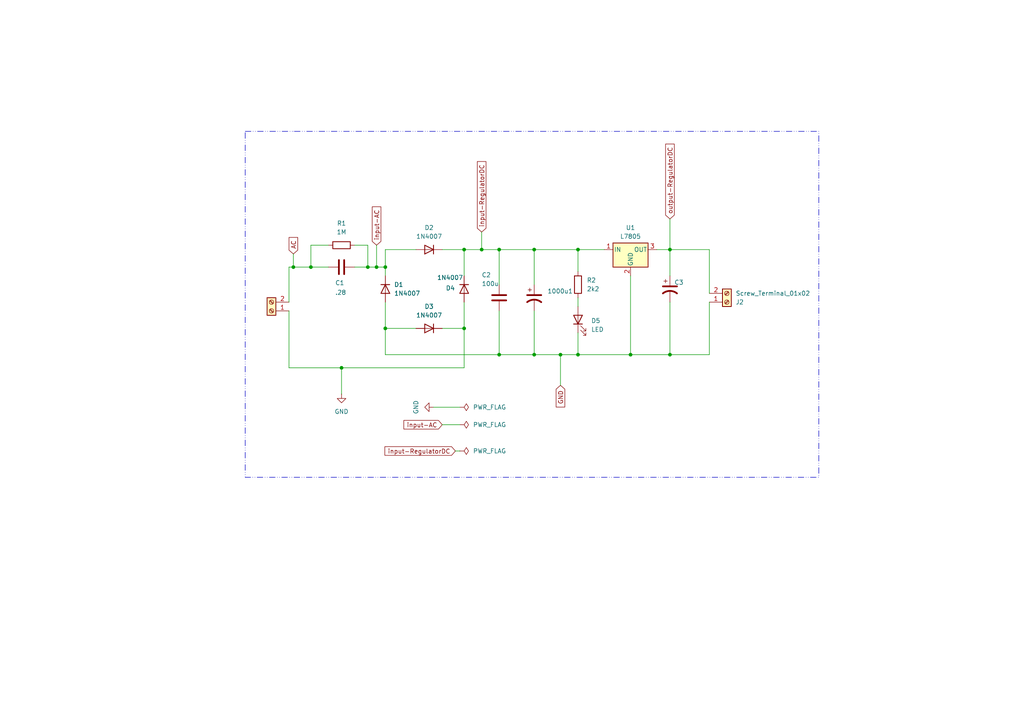
<source format=kicad_sch>
(kicad_sch
	(version 20250114)
	(generator "eeschema")
	(generator_version "9.0")
	(uuid "4b8e901f-bf35-4486-b1ed-78310fb2e9a0")
	(paper "A4")
	(title_block
		(title "Capacitive dropper ")
		(date "2025-08-11")
		(company "Awab Electronics")
	)
	(lib_symbols
		(symbol "Connector:Screw_Terminal_01x02"
			(pin_names
				(offset 1.016)
				(hide yes)
			)
			(exclude_from_sim no)
			(in_bom yes)
			(on_board yes)
			(property "Reference" "J"
				(at 0 2.54 0)
				(effects
					(font
						(size 1.27 1.27)
					)
				)
			)
			(property "Value" "Screw_Terminal_01x02"
				(at 0 -5.08 0)
				(effects
					(font
						(size 1.27 1.27)
					)
				)
			)
			(property "Footprint" ""
				(at 0 0 0)
				(effects
					(font
						(size 1.27 1.27)
					)
					(hide yes)
				)
			)
			(property "Datasheet" "~"
				(at 0 0 0)
				(effects
					(font
						(size 1.27 1.27)
					)
					(hide yes)
				)
			)
			(property "Description" "Generic screw terminal, single row, 01x02, script generated (kicad-library-utils/schlib/autogen/connector/)"
				(at 0 0 0)
				(effects
					(font
						(size 1.27 1.27)
					)
					(hide yes)
				)
			)
			(property "ki_keywords" "screw terminal"
				(at 0 0 0)
				(effects
					(font
						(size 1.27 1.27)
					)
					(hide yes)
				)
			)
			(property "ki_fp_filters" "TerminalBlock*:*"
				(at 0 0 0)
				(effects
					(font
						(size 1.27 1.27)
					)
					(hide yes)
				)
			)
			(symbol "Screw_Terminal_01x02_1_1"
				(rectangle
					(start -1.27 1.27)
					(end 1.27 -3.81)
					(stroke
						(width 0.254)
						(type default)
					)
					(fill
						(type background)
					)
				)
				(polyline
					(pts
						(xy -0.5334 0.3302) (xy 0.3302 -0.508)
					)
					(stroke
						(width 0.1524)
						(type default)
					)
					(fill
						(type none)
					)
				)
				(polyline
					(pts
						(xy -0.5334 -2.2098) (xy 0.3302 -3.048)
					)
					(stroke
						(width 0.1524)
						(type default)
					)
					(fill
						(type none)
					)
				)
				(polyline
					(pts
						(xy -0.3556 0.508) (xy 0.508 -0.3302)
					)
					(stroke
						(width 0.1524)
						(type default)
					)
					(fill
						(type none)
					)
				)
				(polyline
					(pts
						(xy -0.3556 -2.032) (xy 0.508 -2.8702)
					)
					(stroke
						(width 0.1524)
						(type default)
					)
					(fill
						(type none)
					)
				)
				(circle
					(center 0 0)
					(radius 0.635)
					(stroke
						(width 0.1524)
						(type default)
					)
					(fill
						(type none)
					)
				)
				(circle
					(center 0 -2.54)
					(radius 0.635)
					(stroke
						(width 0.1524)
						(type default)
					)
					(fill
						(type none)
					)
				)
				(pin passive line
					(at -5.08 0 0)
					(length 3.81)
					(name "Pin_1"
						(effects
							(font
								(size 1.27 1.27)
							)
						)
					)
					(number "1"
						(effects
							(font
								(size 1.27 1.27)
							)
						)
					)
				)
				(pin passive line
					(at -5.08 -2.54 0)
					(length 3.81)
					(name "Pin_2"
						(effects
							(font
								(size 1.27 1.27)
							)
						)
					)
					(number "2"
						(effects
							(font
								(size 1.27 1.27)
							)
						)
					)
				)
			)
			(embedded_fonts no)
		)
		(symbol "Device:C"
			(pin_numbers
				(hide yes)
			)
			(pin_names
				(offset 0.254)
			)
			(exclude_from_sim no)
			(in_bom yes)
			(on_board yes)
			(property "Reference" "C"
				(at 0.635 2.54 0)
				(effects
					(font
						(size 1.27 1.27)
					)
					(justify left)
				)
			)
			(property "Value" "C"
				(at 0.635 -2.54 0)
				(effects
					(font
						(size 1.27 1.27)
					)
					(justify left)
				)
			)
			(property "Footprint" ""
				(at 0.9652 -3.81 0)
				(effects
					(font
						(size 1.27 1.27)
					)
					(hide yes)
				)
			)
			(property "Datasheet" "~"
				(at 0 0 0)
				(effects
					(font
						(size 1.27 1.27)
					)
					(hide yes)
				)
			)
			(property "Description" "Unpolarized capacitor"
				(at 0 0 0)
				(effects
					(font
						(size 1.27 1.27)
					)
					(hide yes)
				)
			)
			(property "ki_keywords" "cap capacitor"
				(at 0 0 0)
				(effects
					(font
						(size 1.27 1.27)
					)
					(hide yes)
				)
			)
			(property "ki_fp_filters" "C_*"
				(at 0 0 0)
				(effects
					(font
						(size 1.27 1.27)
					)
					(hide yes)
				)
			)
			(symbol "C_0_1"
				(polyline
					(pts
						(xy -2.032 0.762) (xy 2.032 0.762)
					)
					(stroke
						(width 0.508)
						(type default)
					)
					(fill
						(type none)
					)
				)
				(polyline
					(pts
						(xy -2.032 -0.762) (xy 2.032 -0.762)
					)
					(stroke
						(width 0.508)
						(type default)
					)
					(fill
						(type none)
					)
				)
			)
			(symbol "C_1_1"
				(pin passive line
					(at 0 3.81 270)
					(length 2.794)
					(name "~"
						(effects
							(font
								(size 1.27 1.27)
							)
						)
					)
					(number "1"
						(effects
							(font
								(size 1.27 1.27)
							)
						)
					)
				)
				(pin passive line
					(at 0 -3.81 90)
					(length 2.794)
					(name "~"
						(effects
							(font
								(size 1.27 1.27)
							)
						)
					)
					(number "2"
						(effects
							(font
								(size 1.27 1.27)
							)
						)
					)
				)
			)
			(embedded_fonts no)
		)
		(symbol "Device:C_Polarized_US"
			(pin_numbers
				(hide yes)
			)
			(pin_names
				(offset 0.254)
				(hide yes)
			)
			(exclude_from_sim no)
			(in_bom yes)
			(on_board yes)
			(property "Reference" "C"
				(at 0.635 2.54 0)
				(effects
					(font
						(size 1.27 1.27)
					)
					(justify left)
				)
			)
			(property "Value" "C_Polarized_US"
				(at 0.635 -2.54 0)
				(effects
					(font
						(size 1.27 1.27)
					)
					(justify left)
				)
			)
			(property "Footprint" ""
				(at 0 0 0)
				(effects
					(font
						(size 1.27 1.27)
					)
					(hide yes)
				)
			)
			(property "Datasheet" "~"
				(at 0 0 0)
				(effects
					(font
						(size 1.27 1.27)
					)
					(hide yes)
				)
			)
			(property "Description" "Polarized capacitor, US symbol"
				(at 0 0 0)
				(effects
					(font
						(size 1.27 1.27)
					)
					(hide yes)
				)
			)
			(property "ki_keywords" "cap capacitor"
				(at 0 0 0)
				(effects
					(font
						(size 1.27 1.27)
					)
					(hide yes)
				)
			)
			(property "ki_fp_filters" "CP_*"
				(at 0 0 0)
				(effects
					(font
						(size 1.27 1.27)
					)
					(hide yes)
				)
			)
			(symbol "C_Polarized_US_0_1"
				(polyline
					(pts
						(xy -2.032 0.762) (xy 2.032 0.762)
					)
					(stroke
						(width 0.508)
						(type default)
					)
					(fill
						(type none)
					)
				)
				(polyline
					(pts
						(xy -1.778 2.286) (xy -0.762 2.286)
					)
					(stroke
						(width 0)
						(type default)
					)
					(fill
						(type none)
					)
				)
				(polyline
					(pts
						(xy -1.27 1.778) (xy -1.27 2.794)
					)
					(stroke
						(width 0)
						(type default)
					)
					(fill
						(type none)
					)
				)
				(arc
					(start -2.032 -1.27)
					(mid 0 -0.5572)
					(end 2.032 -1.27)
					(stroke
						(width 0.508)
						(type default)
					)
					(fill
						(type none)
					)
				)
			)
			(symbol "C_Polarized_US_1_1"
				(pin passive line
					(at 0 3.81 270)
					(length 2.794)
					(name "~"
						(effects
							(font
								(size 1.27 1.27)
							)
						)
					)
					(number "1"
						(effects
							(font
								(size 1.27 1.27)
							)
						)
					)
				)
				(pin passive line
					(at 0 -3.81 90)
					(length 3.302)
					(name "~"
						(effects
							(font
								(size 1.27 1.27)
							)
						)
					)
					(number "2"
						(effects
							(font
								(size 1.27 1.27)
							)
						)
					)
				)
			)
			(embedded_fonts no)
		)
		(symbol "Device:LED"
			(pin_numbers
				(hide yes)
			)
			(pin_names
				(offset 1.016)
				(hide yes)
			)
			(exclude_from_sim no)
			(in_bom yes)
			(on_board yes)
			(property "Reference" "D"
				(at 0 2.54 0)
				(effects
					(font
						(size 1.27 1.27)
					)
				)
			)
			(property "Value" "LED"
				(at 0 -2.54 0)
				(effects
					(font
						(size 1.27 1.27)
					)
				)
			)
			(property "Footprint" ""
				(at 0 0 0)
				(effects
					(font
						(size 1.27 1.27)
					)
					(hide yes)
				)
			)
			(property "Datasheet" "~"
				(at 0 0 0)
				(effects
					(font
						(size 1.27 1.27)
					)
					(hide yes)
				)
			)
			(property "Description" "Light emitting diode"
				(at 0 0 0)
				(effects
					(font
						(size 1.27 1.27)
					)
					(hide yes)
				)
			)
			(property "Sim.Pins" "1=K 2=A"
				(at 0 0 0)
				(effects
					(font
						(size 1.27 1.27)
					)
					(hide yes)
				)
			)
			(property "ki_keywords" "LED diode"
				(at 0 0 0)
				(effects
					(font
						(size 1.27 1.27)
					)
					(hide yes)
				)
			)
			(property "ki_fp_filters" "LED* LED_SMD:* LED_THT:*"
				(at 0 0 0)
				(effects
					(font
						(size 1.27 1.27)
					)
					(hide yes)
				)
			)
			(symbol "LED_0_1"
				(polyline
					(pts
						(xy -3.048 -0.762) (xy -4.572 -2.286) (xy -3.81 -2.286) (xy -4.572 -2.286) (xy -4.572 -1.524)
					)
					(stroke
						(width 0)
						(type default)
					)
					(fill
						(type none)
					)
				)
				(polyline
					(pts
						(xy -1.778 -0.762) (xy -3.302 -2.286) (xy -2.54 -2.286) (xy -3.302 -2.286) (xy -3.302 -1.524)
					)
					(stroke
						(width 0)
						(type default)
					)
					(fill
						(type none)
					)
				)
				(polyline
					(pts
						(xy -1.27 0) (xy 1.27 0)
					)
					(stroke
						(width 0)
						(type default)
					)
					(fill
						(type none)
					)
				)
				(polyline
					(pts
						(xy -1.27 -1.27) (xy -1.27 1.27)
					)
					(stroke
						(width 0.254)
						(type default)
					)
					(fill
						(type none)
					)
				)
				(polyline
					(pts
						(xy 1.27 -1.27) (xy 1.27 1.27) (xy -1.27 0) (xy 1.27 -1.27)
					)
					(stroke
						(width 0.254)
						(type default)
					)
					(fill
						(type none)
					)
				)
			)
			(symbol "LED_1_1"
				(pin passive line
					(at -3.81 0 0)
					(length 2.54)
					(name "K"
						(effects
							(font
								(size 1.27 1.27)
							)
						)
					)
					(number "1"
						(effects
							(font
								(size 1.27 1.27)
							)
						)
					)
				)
				(pin passive line
					(at 3.81 0 180)
					(length 2.54)
					(name "A"
						(effects
							(font
								(size 1.27 1.27)
							)
						)
					)
					(number "2"
						(effects
							(font
								(size 1.27 1.27)
							)
						)
					)
				)
			)
			(embedded_fonts no)
		)
		(symbol "Device:R"
			(pin_numbers
				(hide yes)
			)
			(pin_names
				(offset 0)
			)
			(exclude_from_sim no)
			(in_bom yes)
			(on_board yes)
			(property "Reference" "R"
				(at 2.032 0 90)
				(effects
					(font
						(size 1.27 1.27)
					)
				)
			)
			(property "Value" "R"
				(at 0 0 90)
				(effects
					(font
						(size 1.27 1.27)
					)
				)
			)
			(property "Footprint" ""
				(at -1.778 0 90)
				(effects
					(font
						(size 1.27 1.27)
					)
					(hide yes)
				)
			)
			(property "Datasheet" "~"
				(at 0 0 0)
				(effects
					(font
						(size 1.27 1.27)
					)
					(hide yes)
				)
			)
			(property "Description" "Resistor"
				(at 0 0 0)
				(effects
					(font
						(size 1.27 1.27)
					)
					(hide yes)
				)
			)
			(property "ki_keywords" "R res resistor"
				(at 0 0 0)
				(effects
					(font
						(size 1.27 1.27)
					)
					(hide yes)
				)
			)
			(property "ki_fp_filters" "R_*"
				(at 0 0 0)
				(effects
					(font
						(size 1.27 1.27)
					)
					(hide yes)
				)
			)
			(symbol "R_0_1"
				(rectangle
					(start -1.016 -2.54)
					(end 1.016 2.54)
					(stroke
						(width 0.254)
						(type default)
					)
					(fill
						(type none)
					)
				)
			)
			(symbol "R_1_1"
				(pin passive line
					(at 0 3.81 270)
					(length 1.27)
					(name "~"
						(effects
							(font
								(size 1.27 1.27)
							)
						)
					)
					(number "1"
						(effects
							(font
								(size 1.27 1.27)
							)
						)
					)
				)
				(pin passive line
					(at 0 -3.81 90)
					(length 1.27)
					(name "~"
						(effects
							(font
								(size 1.27 1.27)
							)
						)
					)
					(number "2"
						(effects
							(font
								(size 1.27 1.27)
							)
						)
					)
				)
			)
			(embedded_fonts no)
		)
		(symbol "Diode:1N4007"
			(pin_numbers
				(hide yes)
			)
			(pin_names
				(hide yes)
			)
			(exclude_from_sim no)
			(in_bom yes)
			(on_board yes)
			(property "Reference" "D"
				(at 0 2.54 0)
				(effects
					(font
						(size 1.27 1.27)
					)
				)
			)
			(property "Value" "1N4007"
				(at 0 -2.54 0)
				(effects
					(font
						(size 1.27 1.27)
					)
				)
			)
			(property "Footprint" "Diode_THT:D_DO-41_SOD81_P10.16mm_Horizontal"
				(at 0 -4.445 0)
				(effects
					(font
						(size 1.27 1.27)
					)
					(hide yes)
				)
			)
			(property "Datasheet" "http://www.vishay.com/docs/88503/1n4001.pdf"
				(at 0 0 0)
				(effects
					(font
						(size 1.27 1.27)
					)
					(hide yes)
				)
			)
			(property "Description" "1000V 1A General Purpose Rectifier Diode, DO-41"
				(at 0 0 0)
				(effects
					(font
						(size 1.27 1.27)
					)
					(hide yes)
				)
			)
			(property "Sim.Device" "D"
				(at 0 0 0)
				(effects
					(font
						(size 1.27 1.27)
					)
					(hide yes)
				)
			)
			(property "Sim.Pins" "1=K 2=A"
				(at 0 0 0)
				(effects
					(font
						(size 1.27 1.27)
					)
					(hide yes)
				)
			)
			(property "ki_keywords" "diode"
				(at 0 0 0)
				(effects
					(font
						(size 1.27 1.27)
					)
					(hide yes)
				)
			)
			(property "ki_fp_filters" "D*DO?41*"
				(at 0 0 0)
				(effects
					(font
						(size 1.27 1.27)
					)
					(hide yes)
				)
			)
			(symbol "1N4007_0_1"
				(polyline
					(pts
						(xy -1.27 1.27) (xy -1.27 -1.27)
					)
					(stroke
						(width 0.254)
						(type default)
					)
					(fill
						(type none)
					)
				)
				(polyline
					(pts
						(xy 1.27 1.27) (xy 1.27 -1.27) (xy -1.27 0) (xy 1.27 1.27)
					)
					(stroke
						(width 0.254)
						(type default)
					)
					(fill
						(type none)
					)
				)
				(polyline
					(pts
						(xy 1.27 0) (xy -1.27 0)
					)
					(stroke
						(width 0)
						(type default)
					)
					(fill
						(type none)
					)
				)
			)
			(symbol "1N4007_1_1"
				(pin passive line
					(at -3.81 0 0)
					(length 2.54)
					(name "K"
						(effects
							(font
								(size 1.27 1.27)
							)
						)
					)
					(number "1"
						(effects
							(font
								(size 1.27 1.27)
							)
						)
					)
				)
				(pin passive line
					(at 3.81 0 180)
					(length 2.54)
					(name "A"
						(effects
							(font
								(size 1.27 1.27)
							)
						)
					)
					(number "2"
						(effects
							(font
								(size 1.27 1.27)
							)
						)
					)
				)
			)
			(embedded_fonts no)
		)
		(symbol "Regulator_Linear:L7805"
			(pin_names
				(offset 0.254)
			)
			(exclude_from_sim no)
			(in_bom yes)
			(on_board yes)
			(property "Reference" "U"
				(at -3.81 3.175 0)
				(effects
					(font
						(size 1.27 1.27)
					)
				)
			)
			(property "Value" "L7805"
				(at 0 3.175 0)
				(effects
					(font
						(size 1.27 1.27)
					)
					(justify left)
				)
			)
			(property "Footprint" ""
				(at 0.635 -3.81 0)
				(effects
					(font
						(size 1.27 1.27)
						(italic yes)
					)
					(justify left)
					(hide yes)
				)
			)
			(property "Datasheet" "http://www.st.com/content/ccc/resource/technical/document/datasheet/41/4f/b3/b0/12/d4/47/88/CD00000444.pdf/files/CD00000444.pdf/jcr:content/translations/en.CD00000444.pdf"
				(at 0 -1.27 0)
				(effects
					(font
						(size 1.27 1.27)
					)
					(hide yes)
				)
			)
			(property "Description" "Positive 1.5A 35V Linear Regulator, Fixed Output 5V, TO-220/TO-263/TO-252"
				(at 0 0 0)
				(effects
					(font
						(size 1.27 1.27)
					)
					(hide yes)
				)
			)
			(property "ki_keywords" "Voltage Regulator 1.5A Positive"
				(at 0 0 0)
				(effects
					(font
						(size 1.27 1.27)
					)
					(hide yes)
				)
			)
			(property "ki_fp_filters" "TO?252* TO?263* TO?220*"
				(at 0 0 0)
				(effects
					(font
						(size 1.27 1.27)
					)
					(hide yes)
				)
			)
			(symbol "L7805_0_1"
				(rectangle
					(start -5.08 1.905)
					(end 5.08 -5.08)
					(stroke
						(width 0.254)
						(type default)
					)
					(fill
						(type background)
					)
				)
			)
			(symbol "L7805_1_1"
				(pin power_in line
					(at -7.62 0 0)
					(length 2.54)
					(name "IN"
						(effects
							(font
								(size 1.27 1.27)
							)
						)
					)
					(number "1"
						(effects
							(font
								(size 1.27 1.27)
							)
						)
					)
				)
				(pin power_in line
					(at 0 -7.62 90)
					(length 2.54)
					(name "GND"
						(effects
							(font
								(size 1.27 1.27)
							)
						)
					)
					(number "2"
						(effects
							(font
								(size 1.27 1.27)
							)
						)
					)
				)
				(pin power_out line
					(at 7.62 0 180)
					(length 2.54)
					(name "OUT"
						(effects
							(font
								(size 1.27 1.27)
							)
						)
					)
					(number "3"
						(effects
							(font
								(size 1.27 1.27)
							)
						)
					)
				)
			)
			(embedded_fonts no)
		)
		(symbol "power:GND"
			(power)
			(pin_numbers
				(hide yes)
			)
			(pin_names
				(offset 0)
				(hide yes)
			)
			(exclude_from_sim no)
			(in_bom yes)
			(on_board yes)
			(property "Reference" "#PWR"
				(at 0 -6.35 0)
				(effects
					(font
						(size 1.27 1.27)
					)
					(hide yes)
				)
			)
			(property "Value" "GND"
				(at 0 -3.81 0)
				(effects
					(font
						(size 1.27 1.27)
					)
				)
			)
			(property "Footprint" ""
				(at 0 0 0)
				(effects
					(font
						(size 1.27 1.27)
					)
					(hide yes)
				)
			)
			(property "Datasheet" ""
				(at 0 0 0)
				(effects
					(font
						(size 1.27 1.27)
					)
					(hide yes)
				)
			)
			(property "Description" "Power symbol creates a global label with name \"GND\" , ground"
				(at 0 0 0)
				(effects
					(font
						(size 1.27 1.27)
					)
					(hide yes)
				)
			)
			(property "ki_keywords" "global power"
				(at 0 0 0)
				(effects
					(font
						(size 1.27 1.27)
					)
					(hide yes)
				)
			)
			(symbol "GND_0_1"
				(polyline
					(pts
						(xy 0 0) (xy 0 -1.27) (xy 1.27 -1.27) (xy 0 -2.54) (xy -1.27 -1.27) (xy 0 -1.27)
					)
					(stroke
						(width 0)
						(type default)
					)
					(fill
						(type none)
					)
				)
			)
			(symbol "GND_1_1"
				(pin power_in line
					(at 0 0 270)
					(length 0)
					(name "~"
						(effects
							(font
								(size 1.27 1.27)
							)
						)
					)
					(number "1"
						(effects
							(font
								(size 1.27 1.27)
							)
						)
					)
				)
			)
			(embedded_fonts no)
		)
		(symbol "power:PWR_FLAG"
			(power)
			(pin_numbers
				(hide yes)
			)
			(pin_names
				(offset 0)
				(hide yes)
			)
			(exclude_from_sim no)
			(in_bom yes)
			(on_board yes)
			(property "Reference" "#FLG"
				(at 0 1.905 0)
				(effects
					(font
						(size 1.27 1.27)
					)
					(hide yes)
				)
			)
			(property "Value" "PWR_FLAG"
				(at 0 3.81 0)
				(effects
					(font
						(size 1.27 1.27)
					)
				)
			)
			(property "Footprint" ""
				(at 0 0 0)
				(effects
					(font
						(size 1.27 1.27)
					)
					(hide yes)
				)
			)
			(property "Datasheet" "~"
				(at 0 0 0)
				(effects
					(font
						(size 1.27 1.27)
					)
					(hide yes)
				)
			)
			(property "Description" "Special symbol for telling ERC where power comes from"
				(at 0 0 0)
				(effects
					(font
						(size 1.27 1.27)
					)
					(hide yes)
				)
			)
			(property "ki_keywords" "flag power"
				(at 0 0 0)
				(effects
					(font
						(size 1.27 1.27)
					)
					(hide yes)
				)
			)
			(symbol "PWR_FLAG_0_0"
				(pin power_out line
					(at 0 0 90)
					(length 0)
					(name "~"
						(effects
							(font
								(size 1.27 1.27)
							)
						)
					)
					(number "1"
						(effects
							(font
								(size 1.27 1.27)
							)
						)
					)
				)
			)
			(symbol "PWR_FLAG_0_1"
				(polyline
					(pts
						(xy 0 0) (xy 0 1.27) (xy -1.016 1.905) (xy 0 2.54) (xy 1.016 1.905) (xy 0 1.27)
					)
					(stroke
						(width 0)
						(type default)
					)
					(fill
						(type none)
					)
				)
			)
			(embedded_fonts no)
		)
	)
	(rectangle
		(start 85.09 38.1)
		(end 85.09 38.1)
		(stroke
			(width 0)
			(type default)
		)
		(fill
			(type none)
		)
		(uuid 511b89cc-0f9c-487b-89e1-b21f630c6bf2)
	)
	(rectangle
		(start 71.12 38.1)
		(end 237.49 138.43)
		(stroke
			(width 0)
			(type dash_dot_dot)
		)
		(fill
			(type none)
		)
		(uuid acf2cece-c5a9-4580-aa5a-199b18444744)
	)
	(junction
		(at 90.17 77.47)
		(diameter 0)
		(color 0 0 0 0)
		(uuid "0e407d11-7b99-4945-bdec-82f0be543ff0")
	)
	(junction
		(at 109.22 77.47)
		(diameter 0)
		(color 0 0 0 0)
		(uuid "1188923b-99d2-4ea6-b560-83af0d52831d")
	)
	(junction
		(at 154.94 72.39)
		(diameter 0)
		(color 0 0 0 0)
		(uuid "158f37ca-283e-47fa-89fd-d1df725721a3")
	)
	(junction
		(at 194.31 102.87)
		(diameter 0)
		(color 0 0 0 0)
		(uuid "23219f24-53ec-41dd-810e-741ef066170a")
	)
	(junction
		(at 139.7 72.39)
		(diameter 0)
		(color 0 0 0 0)
		(uuid "35e43a2c-47ee-4570-ba61-403a034cc4bd")
	)
	(junction
		(at 144.78 72.39)
		(diameter 0)
		(color 0 0 0 0)
		(uuid "3ca995dd-d1ad-4d0b-9b5f-3e9b4feea94d")
	)
	(junction
		(at 111.76 77.47)
		(diameter 0)
		(color 0 0 0 0)
		(uuid "50149848-12cb-4794-a80e-15b5711a1eb9")
	)
	(junction
		(at 167.64 102.87)
		(diameter 0)
		(color 0 0 0 0)
		(uuid "5acb3585-febf-478b-8bdb-ded4e67c0673")
	)
	(junction
		(at 99.06 106.68)
		(diameter 0)
		(color 0 0 0 0)
		(uuid "5c4f1b2e-fb0c-4044-b6fc-281346276302")
	)
	(junction
		(at 134.62 95.25)
		(diameter 0)
		(color 0 0 0 0)
		(uuid "64d9abb8-ac4c-44cb-a691-334b90a2efc7")
	)
	(junction
		(at 106.68 77.47)
		(diameter 0)
		(color 0 0 0 0)
		(uuid "78ed3466-2e65-4ea6-9c5d-c01006e89492")
	)
	(junction
		(at 182.88 102.87)
		(diameter 0)
		(color 0 0 0 0)
		(uuid "93bc4627-3fd5-4bda-866d-754d977226a0")
	)
	(junction
		(at 162.56 102.87)
		(diameter 0)
		(color 0 0 0 0)
		(uuid "9beeb4f5-7b7e-4f9c-9caf-4aa2ba64dee3")
	)
	(junction
		(at 194.31 72.39)
		(diameter 0)
		(color 0 0 0 0)
		(uuid "bc5e242e-58b5-4cc7-afb4-e17513ea227e")
	)
	(junction
		(at 111.76 95.25)
		(diameter 0)
		(color 0 0 0 0)
		(uuid "c756f195-c25b-4e23-b6c2-c6f80b4a7f3d")
	)
	(junction
		(at 154.94 102.87)
		(diameter 0)
		(color 0 0 0 0)
		(uuid "ca8a3d41-2ab5-4dd2-8626-d8cffb6640a8")
	)
	(junction
		(at 167.64 72.39)
		(diameter 0)
		(color 0 0 0 0)
		(uuid "cf104022-52a2-4d86-adea-8f8e0a8ecdd5")
	)
	(junction
		(at 144.78 102.87)
		(diameter 0)
		(color 0 0 0 0)
		(uuid "cfb34726-22b3-4373-97c3-0fd333810328")
	)
	(junction
		(at 134.62 72.39)
		(diameter 0)
		(color 0 0 0 0)
		(uuid "dc3df0ed-b557-4c23-a48b-01c861c88150")
	)
	(junction
		(at 85.09 77.47)
		(diameter 0)
		(color 0 0 0 0)
		(uuid "f7ea9aa6-7922-4be5-966c-91fce8baf0e8")
	)
	(wire
		(pts
			(xy 154.94 102.87) (xy 144.78 102.87)
		)
		(stroke
			(width 0)
			(type default)
		)
		(uuid "014e3e61-0d25-4226-875c-e4f7ac41169e")
	)
	(wire
		(pts
			(xy 182.88 102.87) (xy 194.31 102.87)
		)
		(stroke
			(width 0)
			(type default)
		)
		(uuid "0464c9b5-4be5-429e-af16-3b158fe2d89d")
	)
	(wire
		(pts
			(xy 83.82 90.17) (xy 83.82 106.68)
		)
		(stroke
			(width 0)
			(type default)
		)
		(uuid "0f17aa65-b8e7-4ef5-9d07-4e8577dc39a3")
	)
	(wire
		(pts
			(xy 194.31 63.5) (xy 194.31 72.39)
		)
		(stroke
			(width 0)
			(type default)
		)
		(uuid "197aea35-fb92-40b3-8978-154252793476")
	)
	(wire
		(pts
			(xy 134.62 72.39) (xy 134.62 80.01)
		)
		(stroke
			(width 0)
			(type default)
		)
		(uuid "2010b89d-c557-4a2d-8702-93a4284c161d")
	)
	(wire
		(pts
			(xy 111.76 95.25) (xy 111.76 102.87)
		)
		(stroke
			(width 0)
			(type default)
		)
		(uuid "21c69163-0f56-4fad-9b29-f0b89f5ff53b")
	)
	(wire
		(pts
			(xy 167.64 96.52) (xy 167.64 102.87)
		)
		(stroke
			(width 0)
			(type default)
		)
		(uuid "226720be-5fe1-41be-9d78-ce2a0ee31430")
	)
	(wire
		(pts
			(xy 109.22 77.47) (xy 111.76 77.47)
		)
		(stroke
			(width 0)
			(type default)
		)
		(uuid "23bfd538-2157-4a3b-b765-d234fd1c693e")
	)
	(wire
		(pts
			(xy 154.94 90.17) (xy 154.94 102.87)
		)
		(stroke
			(width 0)
			(type default)
		)
		(uuid "264758c9-8428-45ac-b81c-db1464001e10")
	)
	(wire
		(pts
			(xy 154.94 102.87) (xy 162.56 102.87)
		)
		(stroke
			(width 0)
			(type default)
		)
		(uuid "2b72a4b9-7b86-4ef2-8183-2c99cdba4abf")
	)
	(wire
		(pts
			(xy 102.87 71.12) (xy 106.68 71.12)
		)
		(stroke
			(width 0)
			(type default)
		)
		(uuid "30e00d95-ecf9-4d59-a8fd-0cec79a30240")
	)
	(wire
		(pts
			(xy 139.7 72.39) (xy 144.78 72.39)
		)
		(stroke
			(width 0)
			(type default)
		)
		(uuid "34d77272-ec48-4647-a6a7-a7da10219eed")
	)
	(wire
		(pts
			(xy 111.76 95.25) (xy 111.76 87.63)
		)
		(stroke
			(width 0)
			(type default)
		)
		(uuid "37b00a9c-52c7-4e1c-ba80-3f40e9d8d376")
	)
	(wire
		(pts
			(xy 128.27 72.39) (xy 134.62 72.39)
		)
		(stroke
			(width 0)
			(type default)
		)
		(uuid "429ddc75-1804-4feb-9656-db665c59c09f")
	)
	(wire
		(pts
			(xy 95.25 71.12) (xy 90.17 71.12)
		)
		(stroke
			(width 0)
			(type default)
		)
		(uuid "42cb82c4-b529-4b72-b8d0-1619ec7281f6")
	)
	(wire
		(pts
			(xy 154.94 82.55) (xy 154.94 72.39)
		)
		(stroke
			(width 0)
			(type default)
		)
		(uuid "45395c21-ed53-443c-8200-ea93a0505b3e")
	)
	(wire
		(pts
			(xy 99.06 106.68) (xy 99.06 114.3)
		)
		(stroke
			(width 0)
			(type default)
		)
		(uuid "4bc08a38-e2d9-4dfa-96ed-d10aba338288")
	)
	(wire
		(pts
			(xy 85.09 77.47) (xy 90.17 77.47)
		)
		(stroke
			(width 0)
			(type default)
		)
		(uuid "513b067e-ea2c-41d9-95c4-737dfc7dc251")
	)
	(wire
		(pts
			(xy 175.26 72.39) (xy 167.64 72.39)
		)
		(stroke
			(width 0)
			(type default)
		)
		(uuid "51ed79ae-e5c8-42f9-a5cf-8ea0306251f9")
	)
	(wire
		(pts
			(xy 134.62 87.63) (xy 134.62 95.25)
		)
		(stroke
			(width 0)
			(type default)
		)
		(uuid "52aff536-0ffb-4930-8c9d-71b72ee304d3")
	)
	(wire
		(pts
			(xy 111.76 72.39) (xy 120.65 72.39)
		)
		(stroke
			(width 0)
			(type default)
		)
		(uuid "56a58248-1bcd-491d-a390-a8408903d041")
	)
	(wire
		(pts
			(xy 134.62 95.25) (xy 134.62 106.68)
		)
		(stroke
			(width 0)
			(type default)
		)
		(uuid "58c19f92-7940-4dd9-8bac-b0559a28670b")
	)
	(wire
		(pts
			(xy 106.68 71.12) (xy 106.68 77.47)
		)
		(stroke
			(width 0)
			(type default)
		)
		(uuid "5d996819-55c1-487e-9d29-48745b488b24")
	)
	(wire
		(pts
			(xy 83.82 106.68) (xy 99.06 106.68)
		)
		(stroke
			(width 0)
			(type default)
		)
		(uuid "5f4e9c7b-8872-4a77-85a6-1700b9df6fe0")
	)
	(wire
		(pts
			(xy 99.06 106.68) (xy 134.62 106.68)
		)
		(stroke
			(width 0)
			(type default)
		)
		(uuid "69fbb7f8-c5b8-45d4-8510-677f3e089e02")
	)
	(wire
		(pts
			(xy 167.64 86.36) (xy 167.64 88.9)
		)
		(stroke
			(width 0)
			(type default)
		)
		(uuid "6c207cb6-7fd1-4d67-b326-34e909b4294f")
	)
	(wire
		(pts
			(xy 90.17 71.12) (xy 90.17 77.47)
		)
		(stroke
			(width 0)
			(type default)
		)
		(uuid "6c5a19a3-8efa-4f28-ac15-631b2ab31b24")
	)
	(wire
		(pts
			(xy 205.74 102.87) (xy 194.31 102.87)
		)
		(stroke
			(width 0)
			(type default)
		)
		(uuid "74b8011b-e029-486d-ae92-579efd836912")
	)
	(wire
		(pts
			(xy 111.76 77.47) (xy 111.76 72.39)
		)
		(stroke
			(width 0)
			(type default)
		)
		(uuid "77d708a5-2f51-4e28-ac43-9708165761d1")
	)
	(wire
		(pts
			(xy 154.94 72.39) (xy 167.64 72.39)
		)
		(stroke
			(width 0)
			(type default)
		)
		(uuid "7f8807d9-e8ab-473d-adf3-62ed6b80e8cb")
	)
	(wire
		(pts
			(xy 111.76 80.01) (xy 111.76 77.47)
		)
		(stroke
			(width 0)
			(type default)
		)
		(uuid "839aa653-c993-4f6d-a757-916824d4cca8")
	)
	(wire
		(pts
			(xy 132.08 130.81) (xy 133.35 130.81)
		)
		(stroke
			(width 0)
			(type default)
		)
		(uuid "894e82e1-1d2c-437e-b32f-1546b6735e5f")
	)
	(wire
		(pts
			(xy 167.64 72.39) (xy 167.64 78.74)
		)
		(stroke
			(width 0)
			(type default)
		)
		(uuid "8a7db035-74cf-41c4-bbf2-abb8caa52616")
	)
	(wire
		(pts
			(xy 134.62 95.25) (xy 128.27 95.25)
		)
		(stroke
			(width 0)
			(type default)
		)
		(uuid "8b912f8f-3d10-47ac-bca8-39459c3c2e59")
	)
	(wire
		(pts
			(xy 109.22 71.12) (xy 109.22 77.47)
		)
		(stroke
			(width 0)
			(type default)
		)
		(uuid "8bd124bd-cc23-41f9-b950-23a18ede72c8")
	)
	(wire
		(pts
			(xy 194.31 87.63) (xy 194.31 102.87)
		)
		(stroke
			(width 0)
			(type default)
		)
		(uuid "91e60550-f32b-4007-bbd2-3fae7f365a3e")
	)
	(wire
		(pts
			(xy 134.62 72.39) (xy 139.7 72.39)
		)
		(stroke
			(width 0)
			(type default)
		)
		(uuid "984b1ef2-23e6-4420-8384-f6e9abb51d19")
	)
	(wire
		(pts
			(xy 144.78 72.39) (xy 144.78 82.55)
		)
		(stroke
			(width 0)
			(type default)
		)
		(uuid "9a1b0981-25f4-47b6-b000-cadb06f2f81a")
	)
	(wire
		(pts
			(xy 182.88 80.01) (xy 182.88 102.87)
		)
		(stroke
			(width 0)
			(type default)
		)
		(uuid "a3b884ee-50ab-43ac-aefd-5a49f790c676")
	)
	(wire
		(pts
			(xy 139.7 67.31) (xy 139.7 72.39)
		)
		(stroke
			(width 0)
			(type default)
		)
		(uuid "af89de4f-e067-4efd-aa5c-b16492aa2e52")
	)
	(wire
		(pts
			(xy 90.17 77.47) (xy 95.25 77.47)
		)
		(stroke
			(width 0)
			(type default)
		)
		(uuid "b3c65a8a-5a2b-4503-bd65-6ad7f63ffa14")
	)
	(wire
		(pts
			(xy 167.64 102.87) (xy 182.88 102.87)
		)
		(stroke
			(width 0)
			(type default)
		)
		(uuid "b746bc87-dd63-45f3-a5ee-042b25516978")
	)
	(wire
		(pts
			(xy 83.82 87.63) (xy 83.82 77.47)
		)
		(stroke
			(width 0)
			(type default)
		)
		(uuid "b917a702-914b-46c3-b700-f4c3fa7cf89c")
	)
	(wire
		(pts
			(xy 111.76 102.87) (xy 144.78 102.87)
		)
		(stroke
			(width 0)
			(type default)
		)
		(uuid "bac5aa7d-4bb7-4622-883b-638f420dd798")
	)
	(wire
		(pts
			(xy 205.74 87.63) (xy 205.74 102.87)
		)
		(stroke
			(width 0)
			(type default)
		)
		(uuid "bfddee48-36f7-47ca-b2ab-38913b031921")
	)
	(wire
		(pts
			(xy 120.65 95.25) (xy 111.76 95.25)
		)
		(stroke
			(width 0)
			(type default)
		)
		(uuid "c1ce4a94-4d79-4266-862a-178fe867989d")
	)
	(wire
		(pts
			(xy 83.82 77.47) (xy 85.09 77.47)
		)
		(stroke
			(width 0)
			(type default)
		)
		(uuid "c4bf0c65-abe1-4edc-8b17-0413be3bb448")
	)
	(wire
		(pts
			(xy 85.09 73.66) (xy 85.09 77.47)
		)
		(stroke
			(width 0)
			(type default)
		)
		(uuid "c64cd005-f0fd-4ac7-9573-fac83f249610")
	)
	(wire
		(pts
			(xy 102.87 77.47) (xy 106.68 77.47)
		)
		(stroke
			(width 0)
			(type default)
		)
		(uuid "ca5b3657-0bbd-4569-9e47-856dbf87ed5c")
	)
	(wire
		(pts
			(xy 154.94 72.39) (xy 144.78 72.39)
		)
		(stroke
			(width 0)
			(type default)
		)
		(uuid "cb4937d0-f208-4c79-b95f-84f9a50c088e")
	)
	(wire
		(pts
			(xy 106.68 77.47) (xy 109.22 77.47)
		)
		(stroke
			(width 0)
			(type default)
		)
		(uuid "d022b31a-555d-4331-b06f-847ddcdf9ef5")
	)
	(wire
		(pts
			(xy 128.27 123.19) (xy 133.35 123.19)
		)
		(stroke
			(width 0)
			(type default)
		)
		(uuid "db80fbdd-9b7f-41c7-af85-6b8c842d803e")
	)
	(wire
		(pts
			(xy 205.74 85.09) (xy 205.74 72.39)
		)
		(stroke
			(width 0)
			(type default)
		)
		(uuid "e8d7dd66-889f-49bd-b3fd-b60683285a75")
	)
	(wire
		(pts
			(xy 194.31 72.39) (xy 194.31 80.01)
		)
		(stroke
			(width 0)
			(type default)
		)
		(uuid "e8f8f965-86ac-485b-879f-d015ce131105")
	)
	(wire
		(pts
			(xy 133.35 118.11) (xy 125.73 118.11)
		)
		(stroke
			(width 0)
			(type default)
		)
		(uuid "e8f9ae2b-515f-4f04-a883-c26d4db9ae5b")
	)
	(wire
		(pts
			(xy 144.78 90.17) (xy 144.78 102.87)
		)
		(stroke
			(width 0)
			(type default)
		)
		(uuid "e963b957-5511-4084-bb15-8364b0fe91e1")
	)
	(wire
		(pts
			(xy 162.56 111.76) (xy 162.56 102.87)
		)
		(stroke
			(width 0)
			(type default)
		)
		(uuid "ed8a529a-dbd2-4782-a9ea-5650266f3fb8")
	)
	(wire
		(pts
			(xy 162.56 102.87) (xy 167.64 102.87)
		)
		(stroke
			(width 0)
			(type default)
		)
		(uuid "ed8b6274-c34a-414b-bfe3-5bd81244ddfe")
	)
	(wire
		(pts
			(xy 205.74 72.39) (xy 194.31 72.39)
		)
		(stroke
			(width 0)
			(type default)
		)
		(uuid "f2909ae6-6248-4b21-a2dc-fcc09eba76a5")
	)
	(wire
		(pts
			(xy 190.5 72.39) (xy 194.31 72.39)
		)
		(stroke
			(width 0)
			(type default)
		)
		(uuid "f7540659-03f2-4cba-b714-b0ec39091753")
	)
	(global_label "AC"
		(shape input)
		(at 85.09 73.66 90)
		(fields_autoplaced yes)
		(effects
			(font
				(size 1.27 1.27)
			)
			(justify left)
		)
		(uuid "1eacc6cb-da38-400c-ae04-337f54c8d6b1")
		(property "Intersheetrefs" "${INTERSHEET_REFS}"
			(at 85.09 68.3162 90)
			(effects
				(font
					(size 1.27 1.27)
				)
				(justify left)
				(hide yes)
			)
		)
	)
	(global_label "input-AC"
		(shape input)
		(at 128.27 123.19 180)
		(fields_autoplaced yes)
		(effects
			(font
				(size 1.27 1.27)
			)
			(justify right)
		)
		(uuid "2d2b0599-5335-48e9-8615-8c47bb3493bf")
		(property "Intersheetrefs" "${INTERSHEET_REFS}"
			(at 116.5763 123.19 0)
			(effects
				(font
					(size 1.27 1.27)
				)
				(justify right)
				(hide yes)
			)
		)
	)
	(global_label "input-AC"
		(shape input)
		(at 109.22 71.12 90)
		(fields_autoplaced yes)
		(effects
			(font
				(size 1.27 1.27)
			)
			(justify left)
		)
		(uuid "31236038-04b7-4308-bef4-232fd709f493")
		(property "Intersheetrefs" "${INTERSHEET_REFS}"
			(at 109.22 59.4263 90)
			(effects
				(font
					(size 1.27 1.27)
				)
				(justify left)
				(hide yes)
			)
		)
	)
	(global_label "output-RegulatorDC"
		(shape input)
		(at 194.31 63.5 90)
		(fields_autoplaced yes)
		(effects
			(font
				(size 1.27 1.27)
			)
			(justify left)
		)
		(uuid "4ffa076a-d04b-4fe8-b71a-5ba173033607")
		(property "Intersheetrefs" "${INTERSHEET_REFS}"
			(at 194.31 41.2233 90)
			(effects
				(font
					(size 1.27 1.27)
				)
				(justify left)
				(hide yes)
			)
		)
	)
	(global_label "input-RegulatorDC"
		(shape input)
		(at 132.08 130.81 180)
		(fields_autoplaced yes)
		(effects
			(font
				(size 1.27 1.27)
			)
			(justify right)
		)
		(uuid "518209eb-539f-4487-8c9b-8f5f3f9a615c")
		(property "Intersheetrefs" "${INTERSHEET_REFS}"
			(at 111.0732 130.81 0)
			(effects
				(font
					(size 1.27 1.27)
				)
				(justify right)
				(hide yes)
			)
		)
	)
	(global_label "input-RegulatorDC"
		(shape input)
		(at 139.7 67.31 90)
		(fields_autoplaced yes)
		(effects
			(font
				(size 1.27 1.27)
			)
			(justify left)
		)
		(uuid "67a522c7-2d98-4f28-b3b3-73e4b7552c42")
		(property "Intersheetrefs" "${INTERSHEET_REFS}"
			(at 139.7 46.3032 90)
			(effects
				(font
					(size 1.27 1.27)
				)
				(justify left)
				(hide yes)
			)
		)
	)
	(global_label "GND"
		(shape input)
		(at 162.56 111.76 270)
		(fields_autoplaced yes)
		(effects
			(font
				(size 1.27 1.27)
			)
			(justify right)
		)
		(uuid "a14ec88a-36f5-4eef-a7a2-792466079b0d")
		(property "Intersheetrefs" "${INTERSHEET_REFS}"
			(at 162.56 118.6157 90)
			(effects
				(font
					(size 1.27 1.27)
				)
				(justify right)
				(hide yes)
			)
		)
	)
	(symbol
		(lib_id "Device:C_Polarized_US")
		(at 154.94 86.36 0)
		(unit 1)
		(exclude_from_sim no)
		(in_bom yes)
		(on_board yes)
		(dnp no)
		(uuid "041059f4-f124-4e48-a674-a202e22bac47")
		(property "Reference" "1000u1"
			(at 158.75 84.4549 0)
			(effects
				(font
					(size 1.27 1.27)
				)
				(justify left)
			)
		)
		(property "Value" "C_Polarized_US"
			(at 156.718 90.932 0)
			(effects
				(font
					(size 1.27 1.27)
				)
				(justify left)
				(hide yes)
			)
		)
		(property "Footprint" "Capacitor_THT:CP_Radial_D8.0mm_P3.50mm"
			(at 154.94 86.36 0)
			(effects
				(font
					(size 1.27 1.27)
				)
				(hide yes)
			)
		)
		(property "Datasheet" "~"
			(at 154.94 86.36 0)
			(effects
				(font
					(size 1.27 1.27)
				)
				(hide yes)
			)
		)
		(property "Description" "Polarized capacitor, US symbol"
			(at 154.94 86.36 0)
			(effects
				(font
					(size 1.27 1.27)
				)
				(hide yes)
			)
		)
		(pin "2"
			(uuid "376c7f00-3285-4581-9358-142c3141b6d7")
		)
		(pin "1"
			(uuid "3e144438-6088-4a52-a7da-e36c6073f861")
		)
		(instances
			(project ""
				(path "/4b8e901f-bf35-4486-b1ed-78310fb2e9a0"
					(reference "1000u1")
					(unit 1)
				)
			)
		)
	)
	(symbol
		(lib_id "power:GND")
		(at 125.73 118.11 270)
		(unit 1)
		(exclude_from_sim no)
		(in_bom yes)
		(on_board yes)
		(dnp no)
		(fields_autoplaced yes)
		(uuid "0cdcc51e-7f87-4d41-8dd6-46866425c79d")
		(property "Reference" "#PWR02"
			(at 119.38 118.11 0)
			(effects
				(font
					(size 1.27 1.27)
				)
				(hide yes)
			)
		)
		(property "Value" "GND"
			(at 120.65 118.11 0)
			(effects
				(font
					(size 1.27 1.27)
				)
			)
		)
		(property "Footprint" ""
			(at 125.73 118.11 0)
			(effects
				(font
					(size 1.27 1.27)
				)
				(hide yes)
			)
		)
		(property "Datasheet" ""
			(at 125.73 118.11 0)
			(effects
				(font
					(size 1.27 1.27)
				)
				(hide yes)
			)
		)
		(property "Description" "Power symbol creates a global label with name \"GND\" , ground"
			(at 125.73 118.11 0)
			(effects
				(font
					(size 1.27 1.27)
				)
				(hide yes)
			)
		)
		(pin "1"
			(uuid "18b8f2c7-0000-4237-9ba2-8e52ac890d65")
		)
		(instances
			(project "Capacitive dropper (transformerless power supply )"
				(path "/4b8e901f-bf35-4486-b1ed-78310fb2e9a0"
					(reference "#PWR02")
					(unit 1)
				)
			)
		)
	)
	(symbol
		(lib_id "Diode:1N4007")
		(at 124.46 72.39 180)
		(unit 1)
		(exclude_from_sim no)
		(in_bom yes)
		(on_board yes)
		(dnp no)
		(fields_autoplaced yes)
		(uuid "1656598f-0519-4783-8d31-527d0aa469a2")
		(property "Reference" "D2"
			(at 124.46 66.04 0)
			(effects
				(font
					(size 1.27 1.27)
				)
			)
		)
		(property "Value" "1N4007"
			(at 124.46 68.58 0)
			(effects
				(font
					(size 1.27 1.27)
				)
			)
		)
		(property "Footprint" "Diode_THT:D_DO-41_SOD81_P10.16mm_Horizontal"
			(at 124.46 67.945 0)
			(effects
				(font
					(size 1.27 1.27)
				)
				(hide yes)
			)
		)
		(property "Datasheet" "http://www.vishay.com/docs/88503/1n4001.pdf"
			(at 124.46 72.39 0)
			(effects
				(font
					(size 1.27 1.27)
				)
				(hide yes)
			)
		)
		(property "Description" "1000V 1A General Purpose Rectifier Diode, DO-41"
			(at 124.46 72.39 0)
			(effects
				(font
					(size 1.27 1.27)
				)
				(hide yes)
			)
		)
		(property "Sim.Device" "D"
			(at 124.46 72.39 0)
			(effects
				(font
					(size 1.27 1.27)
				)
				(hide yes)
			)
		)
		(property "Sim.Pins" "1=K 2=A"
			(at 124.46 72.39 0)
			(effects
				(font
					(size 1.27 1.27)
				)
				(hide yes)
			)
		)
		(pin "1"
			(uuid "7e818201-12b4-4b33-bdfc-1cf4661add9d")
		)
		(pin "2"
			(uuid "f904f608-4c01-4fe8-86bf-dcab4726bbd4")
		)
		(instances
			(project ""
				(path "/4b8e901f-bf35-4486-b1ed-78310fb2e9a0"
					(reference "D2")
					(unit 1)
				)
			)
		)
	)
	(symbol
		(lib_id "Connector:Screw_Terminal_01x02")
		(at 210.82 87.63 0)
		(mirror x)
		(unit 1)
		(exclude_from_sim no)
		(in_bom yes)
		(on_board yes)
		(dnp no)
		(uuid "2da60f25-3d22-488b-a755-42ec718c874c")
		(property "Reference" "J2"
			(at 213.36 87.6301 0)
			(effects
				(font
					(size 1.27 1.27)
				)
				(justify left)
			)
		)
		(property "Value" "Screw_Terminal_01x02"
			(at 213.36 85.0901 0)
			(effects
				(font
					(size 1.27 1.27)
				)
				(justify left)
			)
		)
		(property "Footprint" "TerminalBlock:TerminalBlock_bornier-2_P5.08mm"
			(at 210.82 87.63 0)
			(effects
				(font
					(size 1.27 1.27)
				)
				(hide yes)
			)
		)
		(property "Datasheet" "~"
			(at 210.82 87.63 0)
			(effects
				(font
					(size 1.27 1.27)
				)
				(hide yes)
			)
		)
		(property "Description" "Generic screw terminal, single row, 01x02, script generated (kicad-library-utils/schlib/autogen/connector/)"
			(at 210.82 87.63 0)
			(effects
				(font
					(size 1.27 1.27)
				)
				(hide yes)
			)
		)
		(pin "1"
			(uuid "52e9685b-44b4-4420-85ac-a5ff5ee52309")
		)
		(pin "2"
			(uuid "253d1751-fa7e-4a81-a4a3-a64feb4c391a")
		)
		(instances
			(project ""
				(path "/4b8e901f-bf35-4486-b1ed-78310fb2e9a0"
					(reference "J2")
					(unit 1)
				)
			)
		)
	)
	(symbol
		(lib_id "Device:C")
		(at 99.06 77.47 270)
		(unit 1)
		(exclude_from_sim no)
		(in_bom yes)
		(on_board yes)
		(dnp no)
		(uuid "39ae290e-59e8-46e5-b9d1-6f26866c2495")
		(property "Reference" "C1"
			(at 98.552 82.042 90)
			(effects
				(font
					(size 1.27 1.27)
				)
			)
		)
		(property "Value" ".28"
			(at 98.806 84.836 90)
			(effects
				(font
					(size 1.27 1.27)
				)
			)
		)
		(property "Footprint" "Capacitor_THT:C_Disc_D4.3mm_W1.9mm_P5.00mm"
			(at 95.25 78.4352 0)
			(effects
				(font
					(size 1.27 1.27)
				)
				(hide yes)
			)
		)
		(property "Datasheet" "~"
			(at 99.06 77.47 0)
			(effects
				(font
					(size 1.27 1.27)
				)
				(hide yes)
			)
		)
		(property "Description" "Unpolarized capacitor"
			(at 99.06 77.47 0)
			(effects
				(font
					(size 1.27 1.27)
				)
				(hide yes)
			)
		)
		(pin "2"
			(uuid "18d8e6f1-d236-4e70-ba20-9a1d8e8966c2")
		)
		(pin "1"
			(uuid "eb0bc700-3ef3-43e7-a8aa-2dad7897bc2d")
		)
		(instances
			(project ""
				(path "/4b8e901f-bf35-4486-b1ed-78310fb2e9a0"
					(reference "C1")
					(unit 1)
				)
			)
		)
	)
	(symbol
		(lib_id "Diode:1N4007")
		(at 134.62 83.82 270)
		(unit 1)
		(exclude_from_sim no)
		(in_bom yes)
		(on_board yes)
		(dnp no)
		(uuid "3a68a442-6b13-4a71-a5a1-a9bb8ee73c5d")
		(property "Reference" "D4"
			(at 129.286 83.566 90)
			(effects
				(font
					(size 1.27 1.27)
				)
				(justify left)
			)
		)
		(property "Value" "1N4007"
			(at 126.746 80.518 90)
			(effects
				(font
					(size 1.27 1.27)
				)
				(justify left)
			)
		)
		(property "Footprint" "Diode_THT:D_DO-41_SOD81_P10.16mm_Horizontal"
			(at 130.175 83.82 0)
			(effects
				(font
					(size 1.27 1.27)
				)
				(hide yes)
			)
		)
		(property "Datasheet" "http://www.vishay.com/docs/88503/1n4001.pdf"
			(at 134.62 83.82 0)
			(effects
				(font
					(size 1.27 1.27)
				)
				(hide yes)
			)
		)
		(property "Description" "1000V 1A General Purpose Rectifier Diode, DO-41"
			(at 134.62 83.82 0)
			(effects
				(font
					(size 1.27 1.27)
				)
				(hide yes)
			)
		)
		(property "Sim.Device" "D"
			(at 134.62 83.82 0)
			(effects
				(font
					(size 1.27 1.27)
				)
				(hide yes)
			)
		)
		(property "Sim.Pins" "1=K 2=A"
			(at 134.62 83.82 0)
			(effects
				(font
					(size 1.27 1.27)
				)
				(hide yes)
			)
		)
		(pin "1"
			(uuid "7e818201-12b4-4b33-bdfc-1cf4661add9e")
		)
		(pin "2"
			(uuid "f904f608-4c01-4fe8-86bf-dcab4726bbd5")
		)
		(instances
			(project ""
				(path "/4b8e901f-bf35-4486-b1ed-78310fb2e9a0"
					(reference "D4")
					(unit 1)
				)
			)
		)
	)
	(symbol
		(lib_id "Device:C_Polarized_US")
		(at 194.31 83.82 0)
		(unit 1)
		(exclude_from_sim no)
		(in_bom yes)
		(on_board yes)
		(dnp no)
		(uuid "54d9cb5b-1cb8-4c39-abcd-4c2c25205fd3")
		(property "Reference" "C3"
			(at 195.58 81.9149 0)
			(effects
				(font
					(size 1.27 1.27)
				)
				(justify left)
			)
		)
		(property "Value" "1000u"
			(at 185.166 88.9 0)
			(effects
				(font
					(size 1.27 1.27)
				)
				(justify left)
				(hide yes)
			)
		)
		(property "Footprint" "Capacitor_THT:CP_Radial_D8.0mm_P3.50mm"
			(at 194.31 83.82 0)
			(effects
				(font
					(size 1.27 1.27)
				)
				(hide yes)
			)
		)
		(property "Datasheet" "~"
			(at 194.31 83.82 0)
			(effects
				(font
					(size 1.27 1.27)
				)
				(hide yes)
			)
		)
		(property "Description" "Polarized capacitor, US symbol"
			(at 194.31 83.82 0)
			(effects
				(font
					(size 1.27 1.27)
				)
				(hide yes)
			)
		)
		(pin "2"
			(uuid "376c7f00-3285-4581-9358-142c3141b6d8")
		)
		(pin "1"
			(uuid "3e144438-6088-4a52-a7da-e36c6073f862")
		)
		(instances
			(project ""
				(path "/4b8e901f-bf35-4486-b1ed-78310fb2e9a0"
					(reference "C3")
					(unit 1)
				)
			)
		)
	)
	(symbol
		(lib_id "power:PWR_FLAG")
		(at 133.35 118.11 270)
		(unit 1)
		(exclude_from_sim no)
		(in_bom yes)
		(on_board yes)
		(dnp no)
		(fields_autoplaced yes)
		(uuid "56422c24-4ee8-438c-abbf-ceee9b350538")
		(property "Reference" "#FLG01"
			(at 135.255 118.11 0)
			(effects
				(font
					(size 1.27 1.27)
				)
				(hide yes)
			)
		)
		(property "Value" "PWR_FLAG"
			(at 137.16 118.1099 90)
			(effects
				(font
					(size 1.27 1.27)
				)
				(justify left)
			)
		)
		(property "Footprint" ""
			(at 133.35 118.11 0)
			(effects
				(font
					(size 1.27 1.27)
				)
				(hide yes)
			)
		)
		(property "Datasheet" "~"
			(at 133.35 118.11 0)
			(effects
				(font
					(size 1.27 1.27)
				)
				(hide yes)
			)
		)
		(property "Description" "Special symbol for telling ERC where power comes from"
			(at 133.35 118.11 0)
			(effects
				(font
					(size 1.27 1.27)
				)
				(hide yes)
			)
		)
		(pin "1"
			(uuid "b0a536e0-54cf-46f3-8ba8-99be056790ad")
		)
		(instances
			(project ""
				(path "/4b8e901f-bf35-4486-b1ed-78310fb2e9a0"
					(reference "#FLG01")
					(unit 1)
				)
			)
		)
	)
	(symbol
		(lib_id "power:PWR_FLAG")
		(at 133.35 130.81 270)
		(unit 1)
		(exclude_from_sim no)
		(in_bom yes)
		(on_board yes)
		(dnp no)
		(fields_autoplaced yes)
		(uuid "636cec52-ee4e-49b7-8074-38824741b576")
		(property "Reference" "#FLG03"
			(at 135.255 130.81 0)
			(effects
				(font
					(size 1.27 1.27)
				)
				(hide yes)
			)
		)
		(property "Value" "PWR_FLAG"
			(at 137.16 130.8099 90)
			(effects
				(font
					(size 1.27 1.27)
				)
				(justify left)
			)
		)
		(property "Footprint" ""
			(at 133.35 130.81 0)
			(effects
				(font
					(size 1.27 1.27)
				)
				(hide yes)
			)
		)
		(property "Datasheet" "~"
			(at 133.35 130.81 0)
			(effects
				(font
					(size 1.27 1.27)
				)
				(hide yes)
			)
		)
		(property "Description" "Special symbol for telling ERC where power comes from"
			(at 133.35 130.81 0)
			(effects
				(font
					(size 1.27 1.27)
				)
				(hide yes)
			)
		)
		(pin "1"
			(uuid "bda5a8f4-9e7c-4b71-862b-dd35087de210")
		)
		(instances
			(project "Capacitive dropper (transformerless power supply )"
				(path "/4b8e901f-bf35-4486-b1ed-78310fb2e9a0"
					(reference "#FLG03")
					(unit 1)
				)
			)
		)
	)
	(symbol
		(lib_id "Device:LED")
		(at 167.64 92.71 90)
		(unit 1)
		(exclude_from_sim no)
		(in_bom yes)
		(on_board yes)
		(dnp no)
		(fields_autoplaced yes)
		(uuid "8281a803-1e79-4d19-8aa1-f09280fa5524")
		(property "Reference" "D5"
			(at 171.45 93.0274 90)
			(effects
				(font
					(size 1.27 1.27)
				)
				(justify right)
			)
		)
		(property "Value" "LED"
			(at 171.45 95.5674 90)
			(effects
				(font
					(size 1.27 1.27)
				)
				(justify right)
			)
		)
		(property "Footprint" "LED_THT:LED_D8.0mm"
			(at 167.64 92.71 0)
			(effects
				(font
					(size 1.27 1.27)
				)
				(hide yes)
			)
		)
		(property "Datasheet" "~"
			(at 167.64 92.71 0)
			(effects
				(font
					(size 1.27 1.27)
				)
				(hide yes)
			)
		)
		(property "Description" "Light emitting diode"
			(at 167.64 92.71 0)
			(effects
				(font
					(size 1.27 1.27)
				)
				(hide yes)
			)
		)
		(property "Sim.Pins" "1=K 2=A"
			(at 167.64 92.71 0)
			(effects
				(font
					(size 1.27 1.27)
				)
				(hide yes)
			)
		)
		(pin "1"
			(uuid "06b7f933-f772-4cc3-a781-bcc2f92e8529")
		)
		(pin "2"
			(uuid "64199d00-42b1-4879-aa52-f7f2f0ef095a")
		)
		(instances
			(project ""
				(path "/4b8e901f-bf35-4486-b1ed-78310fb2e9a0"
					(reference "D5")
					(unit 1)
				)
			)
		)
	)
	(symbol
		(lib_id "Device:C")
		(at 144.78 86.36 0)
		(unit 1)
		(exclude_from_sim no)
		(in_bom yes)
		(on_board yes)
		(dnp no)
		(uuid "931f0817-2343-4a4d-b500-1b970cb56783")
		(property "Reference" "C2"
			(at 139.7 79.756 0)
			(effects
				(font
					(size 1.27 1.27)
				)
				(justify left)
			)
		)
		(property "Value" "100u"
			(at 139.7 82.296 0)
			(effects
				(font
					(size 1.27 1.27)
				)
				(justify left)
			)
		)
		(property "Footprint" "Capacitor_THT:CP_Radial_D8.0mm_P3.50mm"
			(at 145.7452 90.17 0)
			(effects
				(font
					(size 1.27 1.27)
				)
				(hide yes)
			)
		)
		(property "Datasheet" "~"
			(at 144.78 86.36 0)
			(effects
				(font
					(size 1.27 1.27)
				)
				(hide yes)
			)
		)
		(property "Description" "Unpolarized capacitor"
			(at 144.78 86.36 0)
			(effects
				(font
					(size 1.27 1.27)
				)
				(hide yes)
			)
		)
		(pin "2"
			(uuid "18d8e6f1-d236-4e70-ba20-9a1d8e8966c3")
		)
		(pin "1"
			(uuid "eb0bc700-3ef3-43e7-a8aa-2dad7897bc2e")
		)
		(instances
			(project ""
				(path "/4b8e901f-bf35-4486-b1ed-78310fb2e9a0"
					(reference "C2")
					(unit 1)
				)
			)
		)
	)
	(symbol
		(lib_id "Regulator_Linear:L7805")
		(at 182.88 72.39 0)
		(unit 1)
		(exclude_from_sim no)
		(in_bom yes)
		(on_board yes)
		(dnp no)
		(fields_autoplaced yes)
		(uuid "97af61c2-5e4d-4e25-8447-d5897083319d")
		(property "Reference" "U1"
			(at 182.88 66.04 0)
			(effects
				(font
					(size 1.27 1.27)
				)
			)
		)
		(property "Value" "L7805"
			(at 182.88 68.58 0)
			(effects
				(font
					(size 1.27 1.27)
				)
			)
		)
		(property "Footprint" "Package_TO_SOT_THT:TO-220-3_Vertical"
			(at 183.515 76.2 0)
			(effects
				(font
					(size 1.27 1.27)
					(italic yes)
				)
				(justify left)
				(hide yes)
			)
		)
		(property "Datasheet" "http://www.st.com/content/ccc/resource/technical/document/datasheet/41/4f/b3/b0/12/d4/47/88/CD00000444.pdf/files/CD00000444.pdf/jcr:content/translations/en.CD00000444.pdf"
			(at 182.88 73.66 0)
			(effects
				(font
					(size 1.27 1.27)
				)
				(hide yes)
			)
		)
		(property "Description" "Positive 1.5A 35V Linear Regulator, Fixed Output 5V, TO-220/TO-263/TO-252"
			(at 182.88 72.39 0)
			(effects
				(font
					(size 1.27 1.27)
				)
				(hide yes)
			)
		)
		(pin "2"
			(uuid "ee840202-5767-432f-8117-910ee3237913")
		)
		(pin "1"
			(uuid "1828be68-fee3-4948-b3a8-ace6cb4c6a77")
		)
		(pin "3"
			(uuid "7c52e81c-71a2-463c-8038-17ec2709df77")
		)
		(instances
			(project ""
				(path "/4b8e901f-bf35-4486-b1ed-78310fb2e9a0"
					(reference "U1")
					(unit 1)
				)
			)
		)
	)
	(symbol
		(lib_id "Diode:1N4007")
		(at 124.46 95.25 180)
		(unit 1)
		(exclude_from_sim no)
		(in_bom yes)
		(on_board yes)
		(dnp no)
		(fields_autoplaced yes)
		(uuid "ba63b848-87bb-4eb6-89a4-00ff2aa97cb8")
		(property "Reference" "D3"
			(at 124.46 88.9 0)
			(effects
				(font
					(size 1.27 1.27)
				)
			)
		)
		(property "Value" "1N4007"
			(at 124.46 91.44 0)
			(effects
				(font
					(size 1.27 1.27)
				)
			)
		)
		(property "Footprint" "Diode_THT:D_DO-41_SOD81_P10.16mm_Horizontal"
			(at 124.46 90.805 0)
			(effects
				(font
					(size 1.27 1.27)
				)
				(hide yes)
			)
		)
		(property "Datasheet" "http://www.vishay.com/docs/88503/1n4001.pdf"
			(at 124.46 95.25 0)
			(effects
				(font
					(size 1.27 1.27)
				)
				(hide yes)
			)
		)
		(property "Description" "1000V 1A General Purpose Rectifier Diode, DO-41"
			(at 124.46 95.25 0)
			(effects
				(font
					(size 1.27 1.27)
				)
				(hide yes)
			)
		)
		(property "Sim.Device" "D"
			(at 124.46 95.25 0)
			(effects
				(font
					(size 1.27 1.27)
				)
				(hide yes)
			)
		)
		(property "Sim.Pins" "1=K 2=A"
			(at 124.46 95.25 0)
			(effects
				(font
					(size 1.27 1.27)
				)
				(hide yes)
			)
		)
		(pin "1"
			(uuid "7e818201-12b4-4b33-bdfc-1cf4661add9f")
		)
		(pin "2"
			(uuid "f904f608-4c01-4fe8-86bf-dcab4726bbd6")
		)
		(instances
			(project ""
				(path "/4b8e901f-bf35-4486-b1ed-78310fb2e9a0"
					(reference "D3")
					(unit 1)
				)
			)
		)
	)
	(symbol
		(lib_id "Device:R")
		(at 167.64 82.55 0)
		(unit 1)
		(exclude_from_sim no)
		(in_bom yes)
		(on_board yes)
		(dnp no)
		(fields_autoplaced yes)
		(uuid "c1f4b9e3-b06e-47ec-a224-41489232eb40")
		(property "Reference" "R2"
			(at 170.18 81.2799 0)
			(effects
				(font
					(size 1.27 1.27)
				)
				(justify left)
			)
		)
		(property "Value" "2k2"
			(at 170.18 83.8199 0)
			(effects
				(font
					(size 1.27 1.27)
				)
				(justify left)
			)
		)
		(property "Footprint" "Resistor_THT:R_Axial_DIN0207_L6.3mm_D2.5mm_P7.62mm_Horizontal"
			(at 165.862 82.55 90)
			(effects
				(font
					(size 1.27 1.27)
				)
				(hide yes)
			)
		)
		(property "Datasheet" "~"
			(at 167.64 82.55 0)
			(effects
				(font
					(size 1.27 1.27)
				)
				(hide yes)
			)
		)
		(property "Description" "Resistor"
			(at 167.64 82.55 0)
			(effects
				(font
					(size 1.27 1.27)
				)
				(hide yes)
			)
		)
		(pin "1"
			(uuid "617479be-0305-4b82-8fad-070ca1efd4c2")
		)
		(pin "2"
			(uuid "d4fca651-bb1d-469b-a9ec-d06475f0ece6")
		)
		(instances
			(project ""
				(path "/4b8e901f-bf35-4486-b1ed-78310fb2e9a0"
					(reference "R2")
					(unit 1)
				)
			)
		)
	)
	(symbol
		(lib_id "power:PWR_FLAG")
		(at 133.35 123.19 270)
		(unit 1)
		(exclude_from_sim no)
		(in_bom yes)
		(on_board yes)
		(dnp no)
		(fields_autoplaced yes)
		(uuid "c43dca75-7a16-4f73-8757-2a3dff07d070")
		(property "Reference" "#FLG02"
			(at 135.255 123.19 0)
			(effects
				(font
					(size 1.27 1.27)
				)
				(hide yes)
			)
		)
		(property "Value" "PWR_FLAG"
			(at 137.16 123.1899 90)
			(effects
				(font
					(size 1.27 1.27)
				)
				(justify left)
			)
		)
		(property "Footprint" ""
			(at 133.35 123.19 0)
			(effects
				(font
					(size 1.27 1.27)
				)
				(hide yes)
			)
		)
		(property "Datasheet" "~"
			(at 133.35 123.19 0)
			(effects
				(font
					(size 1.27 1.27)
				)
				(hide yes)
			)
		)
		(property "Description" "Special symbol for telling ERC where power comes from"
			(at 133.35 123.19 0)
			(effects
				(font
					(size 1.27 1.27)
				)
				(hide yes)
			)
		)
		(pin "1"
			(uuid "b0a536e0-54cf-46f3-8ba8-99be056790ae")
		)
		(instances
			(project ""
				(path "/4b8e901f-bf35-4486-b1ed-78310fb2e9a0"
					(reference "#FLG02")
					(unit 1)
				)
			)
		)
	)
	(symbol
		(lib_id "Connector:Screw_Terminal_01x02")
		(at 78.74 90.17 180)
		(unit 1)
		(exclude_from_sim no)
		(in_bom yes)
		(on_board yes)
		(dnp no)
		(fields_autoplaced yes)
		(uuid "d77be659-ab23-4d0f-b390-e71fc7abcb95")
		(property "Reference" "J1"
			(at 78.74 81.28 0)
			(effects
				(font
					(size 1.27 1.27)
				)
				(hide yes)
			)
		)
		(property "Value" "Screw_Terminal_01x02"
			(at 78.74 83.82 0)
			(effects
				(font
					(size 1.27 1.27)
				)
				(hide yes)
			)
		)
		(property "Footprint" "TerminalBlock:TerminalBlock_bornier-2_P5.08mm"
			(at 78.74 90.17 0)
			(effects
				(font
					(size 1.27 1.27)
				)
				(hide yes)
			)
		)
		(property "Datasheet" "~"
			(at 78.74 90.17 0)
			(effects
				(font
					(size 1.27 1.27)
				)
				(hide yes)
			)
		)
		(property "Description" "Generic screw terminal, single row, 01x02, script generated (kicad-library-utils/schlib/autogen/connector/)"
			(at 78.74 90.17 0)
			(effects
				(font
					(size 1.27 1.27)
				)
				(hide yes)
			)
		)
		(pin "1"
			(uuid "52e9685b-44b4-4420-85ac-a5ff5ee5230a")
		)
		(pin "2"
			(uuid "253d1751-fa7e-4a81-a4a3-a64feb4c391b")
		)
		(instances
			(project ""
				(path "/4b8e901f-bf35-4486-b1ed-78310fb2e9a0"
					(reference "J1")
					(unit 1)
				)
			)
		)
	)
	(symbol
		(lib_id "Diode:1N4007")
		(at 111.76 83.82 270)
		(unit 1)
		(exclude_from_sim no)
		(in_bom yes)
		(on_board yes)
		(dnp no)
		(fields_autoplaced yes)
		(uuid "d86c2aad-fa32-4837-b0ff-da740575fae5")
		(property "Reference" "D1"
			(at 114.3 82.5499 90)
			(effects
				(font
					(size 1.27 1.27)
				)
				(justify left)
			)
		)
		(property "Value" "1N4007"
			(at 114.3 85.0899 90)
			(effects
				(font
					(size 1.27 1.27)
				)
				(justify left)
			)
		)
		(property "Footprint" "Diode_THT:D_DO-41_SOD81_P10.16mm_Horizontal"
			(at 107.315 83.82 0)
			(effects
				(font
					(size 1.27 1.27)
				)
				(hide yes)
			)
		)
		(property "Datasheet" "http://www.vishay.com/docs/88503/1n4001.pdf"
			(at 111.76 83.82 0)
			(effects
				(font
					(size 1.27 1.27)
				)
				(hide yes)
			)
		)
		(property "Description" "1000V 1A General Purpose Rectifier Diode, DO-41"
			(at 111.76 83.82 0)
			(effects
				(font
					(size 1.27 1.27)
				)
				(hide yes)
			)
		)
		(property "Sim.Device" "D"
			(at 111.76 83.82 0)
			(effects
				(font
					(size 1.27 1.27)
				)
				(hide yes)
			)
		)
		(property "Sim.Pins" "1=K 2=A"
			(at 111.76 83.82 0)
			(effects
				(font
					(size 1.27 1.27)
				)
				(hide yes)
			)
		)
		(pin "1"
			(uuid "7e818201-12b4-4b33-bdfc-1cf4661adda0")
		)
		(pin "2"
			(uuid "f904f608-4c01-4fe8-86bf-dcab4726bbd7")
		)
		(instances
			(project ""
				(path "/4b8e901f-bf35-4486-b1ed-78310fb2e9a0"
					(reference "D1")
					(unit 1)
				)
			)
		)
	)
	(symbol
		(lib_id "power:GND")
		(at 99.06 114.3 0)
		(unit 1)
		(exclude_from_sim no)
		(in_bom yes)
		(on_board yes)
		(dnp no)
		(fields_autoplaced yes)
		(uuid "da884215-c7cc-4346-9e25-18f6542671e5")
		(property "Reference" "#PWR01"
			(at 99.06 120.65 0)
			(effects
				(font
					(size 1.27 1.27)
				)
				(hide yes)
			)
		)
		(property "Value" "GND"
			(at 99.06 119.38 0)
			(effects
				(font
					(size 1.27 1.27)
				)
			)
		)
		(property "Footprint" ""
			(at 99.06 114.3 0)
			(effects
				(font
					(size 1.27 1.27)
				)
				(hide yes)
			)
		)
		(property "Datasheet" ""
			(at 99.06 114.3 0)
			(effects
				(font
					(size 1.27 1.27)
				)
				(hide yes)
			)
		)
		(property "Description" "Power symbol creates a global label with name \"GND\" , ground"
			(at 99.06 114.3 0)
			(effects
				(font
					(size 1.27 1.27)
				)
				(hide yes)
			)
		)
		(pin "1"
			(uuid "2fb11591-bf78-42f4-995b-f1826f3d1220")
		)
		(instances
			(project ""
				(path "/4b8e901f-bf35-4486-b1ed-78310fb2e9a0"
					(reference "#PWR01")
					(unit 1)
				)
			)
		)
	)
	(symbol
		(lib_id "Device:R")
		(at 99.06 71.12 90)
		(unit 1)
		(exclude_from_sim no)
		(in_bom yes)
		(on_board yes)
		(dnp no)
		(fields_autoplaced yes)
		(uuid "f1eb8bc2-434b-4f6b-8293-722c2e16bd35")
		(property "Reference" "R1"
			(at 99.06 64.77 90)
			(effects
				(font
					(size 1.27 1.27)
				)
			)
		)
		(property "Value" "1M"
			(at 99.06 67.31 90)
			(effects
				(font
					(size 1.27 1.27)
				)
			)
		)
		(property "Footprint" "Resistor_THT:R_Axial_DIN0207_L6.3mm_D2.5mm_P7.62mm_Horizontal"
			(at 99.06 72.898 90)
			(effects
				(font
					(size 1.27 1.27)
				)
				(hide yes)
			)
		)
		(property "Datasheet" "~"
			(at 99.06 71.12 0)
			(effects
				(font
					(size 1.27 1.27)
				)
				(hide yes)
			)
		)
		(property "Description" "Resistor"
			(at 99.06 71.12 0)
			(effects
				(font
					(size 1.27 1.27)
				)
				(hide yes)
			)
		)
		(pin "2"
			(uuid "cae92b34-fd90-40be-b842-fabf1aefe026")
		)
		(pin "1"
			(uuid "442585ef-c797-45e9-91b9-a7cd9ffdc421")
		)
		(instances
			(project ""
				(path "/4b8e901f-bf35-4486-b1ed-78310fb2e9a0"
					(reference "R1")
					(unit 1)
				)
			)
		)
	)
	(sheet_instances
		(path "/"
			(page "1")
		)
	)
	(embedded_fonts no)
)

</source>
